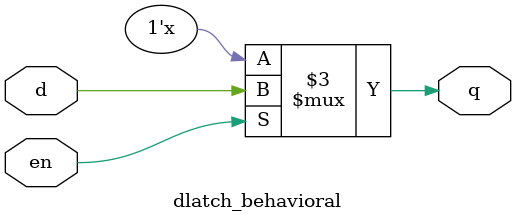
<source format=v>
module dlatch_behavioral(q,en,d);

input en,d;
output reg q;

always @(en,q) begin
    if (en) 
        q = d;
end

endmodule
</source>
